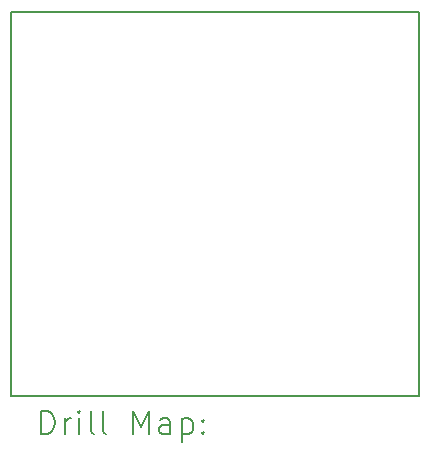
<source format=gbr>
%TF.GenerationSoftware,KiCad,Pcbnew,8.0.2-8.0.2-0~ubuntu24.04.1*%
%TF.CreationDate,2024-05-05T00:10:18+09:00*%
%TF.ProjectId,development_hat,64657665-6c6f-4706-9d65-6e745f686174,rev?*%
%TF.SameCoordinates,Original*%
%TF.FileFunction,Drillmap*%
%TF.FilePolarity,Positive*%
%FSLAX45Y45*%
G04 Gerber Fmt 4.5, Leading zero omitted, Abs format (unit mm)*
G04 Created by KiCad (PCBNEW 8.0.2-8.0.2-0~ubuntu24.04.1) date 2024-05-05 00:10:18*
%MOMM*%
%LPD*%
G01*
G04 APERTURE LIST*
%ADD10C,0.200000*%
G04 APERTURE END LIST*
D10*
X3606800Y-8432800D02*
X7061200Y-8432800D01*
X7061200Y-11684000D01*
X3606800Y-11684000D01*
X3606800Y-8432800D01*
X3857577Y-12005484D02*
X3857577Y-11805484D01*
X3857577Y-11805484D02*
X3905196Y-11805484D01*
X3905196Y-11805484D02*
X3933767Y-11815008D01*
X3933767Y-11815008D02*
X3952815Y-11834055D01*
X3952815Y-11834055D02*
X3962339Y-11853103D01*
X3962339Y-11853103D02*
X3971862Y-11891198D01*
X3971862Y-11891198D02*
X3971862Y-11919769D01*
X3971862Y-11919769D02*
X3962339Y-11957865D01*
X3962339Y-11957865D02*
X3952815Y-11976912D01*
X3952815Y-11976912D02*
X3933767Y-11995960D01*
X3933767Y-11995960D02*
X3905196Y-12005484D01*
X3905196Y-12005484D02*
X3857577Y-12005484D01*
X4057577Y-12005484D02*
X4057577Y-11872150D01*
X4057577Y-11910246D02*
X4067101Y-11891198D01*
X4067101Y-11891198D02*
X4076624Y-11881674D01*
X4076624Y-11881674D02*
X4095672Y-11872150D01*
X4095672Y-11872150D02*
X4114720Y-11872150D01*
X4181386Y-12005484D02*
X4181386Y-11872150D01*
X4181386Y-11805484D02*
X4171862Y-11815008D01*
X4171862Y-11815008D02*
X4181386Y-11824531D01*
X4181386Y-11824531D02*
X4190910Y-11815008D01*
X4190910Y-11815008D02*
X4181386Y-11805484D01*
X4181386Y-11805484D02*
X4181386Y-11824531D01*
X4305196Y-12005484D02*
X4286148Y-11995960D01*
X4286148Y-11995960D02*
X4276624Y-11976912D01*
X4276624Y-11976912D02*
X4276624Y-11805484D01*
X4409958Y-12005484D02*
X4390910Y-11995960D01*
X4390910Y-11995960D02*
X4381386Y-11976912D01*
X4381386Y-11976912D02*
X4381386Y-11805484D01*
X4638529Y-12005484D02*
X4638529Y-11805484D01*
X4638529Y-11805484D02*
X4705196Y-11948341D01*
X4705196Y-11948341D02*
X4771863Y-11805484D01*
X4771863Y-11805484D02*
X4771863Y-12005484D01*
X4952815Y-12005484D02*
X4952815Y-11900722D01*
X4952815Y-11900722D02*
X4943291Y-11881674D01*
X4943291Y-11881674D02*
X4924244Y-11872150D01*
X4924244Y-11872150D02*
X4886148Y-11872150D01*
X4886148Y-11872150D02*
X4867101Y-11881674D01*
X4952815Y-11995960D02*
X4933767Y-12005484D01*
X4933767Y-12005484D02*
X4886148Y-12005484D01*
X4886148Y-12005484D02*
X4867101Y-11995960D01*
X4867101Y-11995960D02*
X4857577Y-11976912D01*
X4857577Y-11976912D02*
X4857577Y-11957865D01*
X4857577Y-11957865D02*
X4867101Y-11938817D01*
X4867101Y-11938817D02*
X4886148Y-11929293D01*
X4886148Y-11929293D02*
X4933767Y-11929293D01*
X4933767Y-11929293D02*
X4952815Y-11919769D01*
X5048053Y-11872150D02*
X5048053Y-12072150D01*
X5048053Y-11881674D02*
X5067101Y-11872150D01*
X5067101Y-11872150D02*
X5105196Y-11872150D01*
X5105196Y-11872150D02*
X5124244Y-11881674D01*
X5124244Y-11881674D02*
X5133767Y-11891198D01*
X5133767Y-11891198D02*
X5143291Y-11910246D01*
X5143291Y-11910246D02*
X5143291Y-11967388D01*
X5143291Y-11967388D02*
X5133767Y-11986436D01*
X5133767Y-11986436D02*
X5124244Y-11995960D01*
X5124244Y-11995960D02*
X5105196Y-12005484D01*
X5105196Y-12005484D02*
X5067101Y-12005484D01*
X5067101Y-12005484D02*
X5048053Y-11995960D01*
X5229005Y-11986436D02*
X5238529Y-11995960D01*
X5238529Y-11995960D02*
X5229005Y-12005484D01*
X5229005Y-12005484D02*
X5219482Y-11995960D01*
X5219482Y-11995960D02*
X5229005Y-11986436D01*
X5229005Y-11986436D02*
X5229005Y-12005484D01*
X5229005Y-11881674D02*
X5238529Y-11891198D01*
X5238529Y-11891198D02*
X5229005Y-11900722D01*
X5229005Y-11900722D02*
X5219482Y-11891198D01*
X5219482Y-11891198D02*
X5229005Y-11881674D01*
X5229005Y-11881674D02*
X5229005Y-11900722D01*
M02*

</source>
